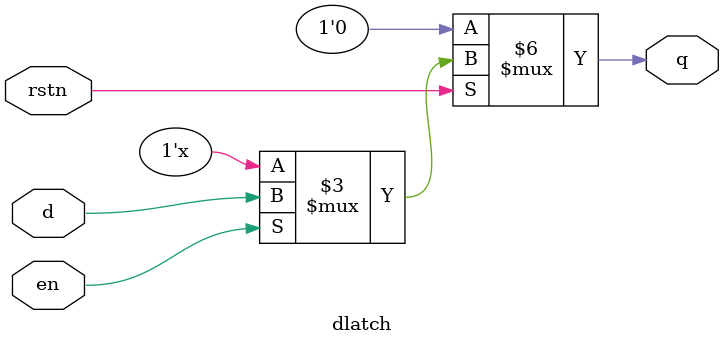
<source format=sv>
`timescale 1ns / 1ps


module dlatch(
    input logic d, en, rstn, 
    output logic q
    );
    
    always @ (en or rstn or d)
    if(!rstn)
        q<=0;
    else 
        if(en)
            q<=d;

endmodule

</source>
